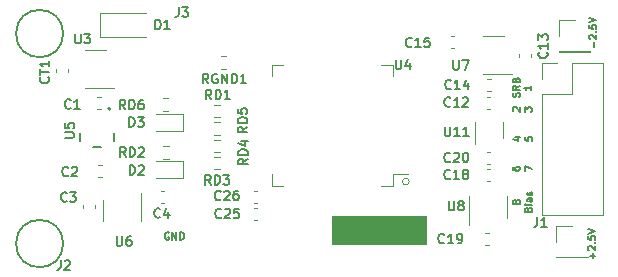
<source format=gto>
G04 #@! TF.GenerationSoftware,KiCad,Pcbnew,(5.1.9)-1*
G04 #@! TF.CreationDate,2021-06-16T16:38:28+02:00*
G04 #@! TF.ProjectId,ADS1299Wing,41445331-3239-4395-9769-6e672e6b6963,rev?*
G04 #@! TF.SameCoordinates,Original*
G04 #@! TF.FileFunction,Legend,Top*
G04 #@! TF.FilePolarity,Positive*
%FSLAX46Y46*%
G04 Gerber Fmt 4.6, Leading zero omitted, Abs format (unit mm)*
G04 Created by KiCad (PCBNEW (5.1.9)-1) date 2021-06-16 16:38:28*
%MOMM*%
%LPD*%
G01*
G04 APERTURE LIST*
%ADD10C,0.150000*%
%ADD11C,0.100000*%
%ADD12C,0.120000*%
%ADD13C,0.200000*%
%ADD14C,0.127000*%
%ADD15C,0.203200*%
G04 APERTURE END LIST*
D10*
X136601257Y-112984000D02*
X136544114Y-112955428D01*
X136458400Y-112955428D01*
X136372685Y-112984000D01*
X136315542Y-113041142D01*
X136286971Y-113098285D01*
X136258400Y-113212571D01*
X136258400Y-113298285D01*
X136286971Y-113412571D01*
X136315542Y-113469714D01*
X136372685Y-113526857D01*
X136458400Y-113555428D01*
X136515542Y-113555428D01*
X136601257Y-113526857D01*
X136629828Y-113498285D01*
X136629828Y-113298285D01*
X136515542Y-113298285D01*
X136886971Y-113555428D02*
X136886971Y-112955428D01*
X137229828Y-113555428D01*
X137229828Y-112955428D01*
X137515542Y-113555428D02*
X137515542Y-112955428D01*
X137658400Y-112955428D01*
X137744114Y-112984000D01*
X137801257Y-113041142D01*
X137829828Y-113098285D01*
X137858400Y-113212571D01*
X137858400Y-113298285D01*
X137829828Y-113412571D01*
X137801257Y-113469714D01*
X137744114Y-113526857D01*
X137658400Y-113555428D01*
X137515542Y-113555428D01*
D11*
G36*
X158343600Y-113893600D02*
G01*
X150418800Y-113893600D01*
X150418800Y-111556800D01*
X158343600Y-111556800D01*
X158343600Y-113893600D01*
G37*
X158343600Y-113893600D02*
X150418800Y-113893600D01*
X150418800Y-111556800D01*
X158343600Y-111556800D01*
X158343600Y-113893600D01*
D10*
X165993771Y-110445542D02*
X165965200Y-110502685D01*
X165936628Y-110531257D01*
X165879485Y-110559828D01*
X165850914Y-110559828D01*
X165793771Y-110531257D01*
X165765200Y-110502685D01*
X165736628Y-110445542D01*
X165736628Y-110331257D01*
X165765200Y-110274114D01*
X165793771Y-110245542D01*
X165850914Y-110216971D01*
X165879485Y-110216971D01*
X165936628Y-110245542D01*
X165965200Y-110274114D01*
X165993771Y-110331257D01*
X165993771Y-110445542D01*
X166022342Y-110502685D01*
X166050914Y-110531257D01*
X166108057Y-110559828D01*
X166222342Y-110559828D01*
X166279485Y-110531257D01*
X166308057Y-110502685D01*
X166336628Y-110445542D01*
X166336628Y-110331257D01*
X166308057Y-110274114D01*
X166279485Y-110245542D01*
X166222342Y-110216971D01*
X166108057Y-110216971D01*
X166050914Y-110245542D01*
X166022342Y-110274114D01*
X165993771Y-110331257D01*
X167038342Y-111002685D02*
X167066914Y-110916971D01*
X167095485Y-110888400D01*
X167152628Y-110859828D01*
X167238342Y-110859828D01*
X167295485Y-110888400D01*
X167324057Y-110916971D01*
X167352628Y-110974114D01*
X167352628Y-111202685D01*
X166752628Y-111202685D01*
X166752628Y-111002685D01*
X166781200Y-110945542D01*
X166809771Y-110916971D01*
X166866914Y-110888400D01*
X166924057Y-110888400D01*
X166981200Y-110916971D01*
X167009771Y-110945542D01*
X167038342Y-111002685D01*
X167038342Y-111202685D01*
X167352628Y-110602685D02*
X166952628Y-110602685D01*
X166752628Y-110602685D02*
X166781200Y-110631257D01*
X166809771Y-110602685D01*
X166781200Y-110574114D01*
X166752628Y-110602685D01*
X166809771Y-110602685D01*
X167352628Y-110059828D02*
X167038342Y-110059828D01*
X166981200Y-110088400D01*
X166952628Y-110145542D01*
X166952628Y-110259828D01*
X166981200Y-110316971D01*
X167324057Y-110059828D02*
X167352628Y-110116971D01*
X167352628Y-110259828D01*
X167324057Y-110316971D01*
X167266914Y-110345542D01*
X167209771Y-110345542D01*
X167152628Y-110316971D01*
X167124057Y-110259828D01*
X167124057Y-110116971D01*
X167095485Y-110059828D01*
X167324057Y-109802685D02*
X167352628Y-109745542D01*
X167352628Y-109631257D01*
X167324057Y-109574114D01*
X167266914Y-109545542D01*
X167238342Y-109545542D01*
X167181200Y-109574114D01*
X167152628Y-109631257D01*
X167152628Y-109716971D01*
X167124057Y-109774114D01*
X167066914Y-109802685D01*
X167038342Y-109802685D01*
X166981200Y-109774114D01*
X166952628Y-109716971D01*
X166952628Y-109631257D01*
X166981200Y-109574114D01*
X165685828Y-107429314D02*
X165685828Y-107543600D01*
X165714400Y-107600742D01*
X165742971Y-107629314D01*
X165828685Y-107686457D01*
X165942971Y-107715028D01*
X166171542Y-107715028D01*
X166228685Y-107686457D01*
X166257257Y-107657885D01*
X166285828Y-107600742D01*
X166285828Y-107486457D01*
X166257257Y-107429314D01*
X166228685Y-107400742D01*
X166171542Y-107372171D01*
X166028685Y-107372171D01*
X165971542Y-107400742D01*
X165942971Y-107429314D01*
X165914400Y-107486457D01*
X165914400Y-107600742D01*
X165942971Y-107657885D01*
X165971542Y-107686457D01*
X166028685Y-107715028D01*
X166701828Y-107743600D02*
X166701828Y-107343600D01*
X167301828Y-107600742D01*
X165936628Y-104889314D02*
X166336628Y-104889314D01*
X165708057Y-105032171D02*
X166136628Y-105175028D01*
X166136628Y-104803600D01*
X166752628Y-104860742D02*
X166752628Y-105146457D01*
X167038342Y-105175028D01*
X167009771Y-105146457D01*
X166981200Y-105089314D01*
X166981200Y-104946457D01*
X167009771Y-104889314D01*
X167038342Y-104860742D01*
X167095485Y-104832171D01*
X167238342Y-104832171D01*
X167295485Y-104860742D01*
X167324057Y-104889314D01*
X167352628Y-104946457D01*
X167352628Y-105089314D01*
X167324057Y-105146457D01*
X167295485Y-105175028D01*
X166701828Y-102714400D02*
X166701828Y-102342971D01*
X166930400Y-102542971D01*
X166930400Y-102457257D01*
X166958971Y-102400114D01*
X166987542Y-102371542D01*
X167044685Y-102342971D01*
X167187542Y-102342971D01*
X167244685Y-102371542D01*
X167273257Y-102400114D01*
X167301828Y-102457257D01*
X167301828Y-102628685D01*
X167273257Y-102685828D01*
X167244685Y-102714400D01*
X165742971Y-102685828D02*
X165714400Y-102657257D01*
X165685828Y-102600114D01*
X165685828Y-102457257D01*
X165714400Y-102400114D01*
X165742971Y-102371542D01*
X165800114Y-102342971D01*
X165857257Y-102342971D01*
X165942971Y-102371542D01*
X166285828Y-102714400D01*
X166285828Y-102342971D01*
X167251028Y-100514171D02*
X167251028Y-100857028D01*
X167251028Y-100685600D02*
X166651028Y-100685600D01*
X166736742Y-100742742D01*
X166793885Y-100799885D01*
X166822457Y-100857028D01*
X166257257Y-101457028D02*
X166285828Y-101371314D01*
X166285828Y-101228457D01*
X166257257Y-101171314D01*
X166228685Y-101142742D01*
X166171542Y-101114171D01*
X166114400Y-101114171D01*
X166057257Y-101142742D01*
X166028685Y-101171314D01*
X166000114Y-101228457D01*
X165971542Y-101342742D01*
X165942971Y-101399885D01*
X165914400Y-101428457D01*
X165857257Y-101457028D01*
X165800114Y-101457028D01*
X165742971Y-101428457D01*
X165714400Y-101399885D01*
X165685828Y-101342742D01*
X165685828Y-101199885D01*
X165714400Y-101114171D01*
X166285828Y-100514171D02*
X166000114Y-100714171D01*
X166285828Y-100857028D02*
X165685828Y-100857028D01*
X165685828Y-100628457D01*
X165714400Y-100571314D01*
X165742971Y-100542742D01*
X165800114Y-100514171D01*
X165885828Y-100514171D01*
X165942971Y-100542742D01*
X165971542Y-100571314D01*
X166000114Y-100628457D01*
X166000114Y-100857028D01*
X165971542Y-100057028D02*
X166000114Y-99971314D01*
X166028685Y-99942742D01*
X166085828Y-99914171D01*
X166171542Y-99914171D01*
X166228685Y-99942742D01*
X166257257Y-99971314D01*
X166285828Y-100028457D01*
X166285828Y-100257028D01*
X165685828Y-100257028D01*
X165685828Y-100057028D01*
X165714400Y-99999885D01*
X165742971Y-99971314D01*
X165800114Y-99942742D01*
X165857257Y-99942742D01*
X165914400Y-99971314D01*
X165942971Y-99999885D01*
X165971542Y-100057028D01*
X165971542Y-100257028D01*
D12*
X163498920Y-108637800D02*
X163780080Y-108637800D01*
X163498920Y-107617800D02*
X163780080Y-107617800D01*
X169612000Y-94986800D02*
X170942000Y-94986800D01*
X169612000Y-96316800D02*
X169612000Y-94986800D01*
X169612000Y-97586800D02*
X172272000Y-97586800D01*
X172272000Y-97586800D02*
X172272000Y-97646800D01*
X169612000Y-97586800D02*
X169612000Y-97646800D01*
X169612000Y-97646800D02*
X172272000Y-97646800D01*
X169408800Y-112411200D02*
X170738800Y-112411200D01*
X169408800Y-113741200D02*
X169408800Y-112411200D01*
X169408800Y-115011200D02*
X172068800Y-115011200D01*
X172068800Y-115011200D02*
X172068800Y-115071200D01*
X169408800Y-115011200D02*
X169408800Y-115071200D01*
X169408800Y-115071200D02*
X172068800Y-115071200D01*
X155528800Y-108046000D02*
X156818800Y-108046000D01*
X155528800Y-98776000D02*
X155528800Y-99726000D01*
X154578800Y-98776000D02*
X155528800Y-98776000D01*
X145308800Y-98776000D02*
X145308800Y-99726000D01*
X146258800Y-98776000D02*
X145308800Y-98776000D01*
X145308800Y-108996000D02*
X145308800Y-108046000D01*
X146258800Y-108996000D02*
X145308800Y-108996000D01*
X155528800Y-108996000D02*
X155528800Y-108046000D01*
X154578800Y-108996000D02*
X155528800Y-108996000D01*
X156925781Y-108648500D02*
G75*
G03*
X156925781Y-108648500I-283981J0D01*
G01*
X141461258Y-98029500D02*
X140986742Y-98029500D01*
X141461258Y-99074500D02*
X140986742Y-99074500D01*
X168151500Y-111453600D02*
X173351500Y-111453600D01*
X168151500Y-101233600D02*
X168151500Y-111453600D01*
X173351500Y-98633600D02*
X173351500Y-111453600D01*
X168151500Y-101233600D02*
X170751500Y-101233600D01*
X170751500Y-101233600D02*
X170751500Y-98633600D01*
X170751500Y-98633600D02*
X173351500Y-98633600D01*
X168151500Y-99963600D02*
X168151500Y-98633600D01*
X168151500Y-98633600D02*
X169481500Y-98633600D01*
X130823580Y-101471000D02*
X130542420Y-101471000D01*
X130823580Y-102491000D02*
X130542420Y-102491000D01*
X130887080Y-108269500D02*
X130605920Y-108269500D01*
X130887080Y-107249500D02*
X130605920Y-107249500D01*
X130367500Y-110884580D02*
X130367500Y-110603420D01*
X129347500Y-110884580D02*
X129347500Y-110603420D01*
X135901820Y-110441200D02*
X136182980Y-110441200D01*
X135901820Y-109421200D02*
X136182980Y-109421200D01*
X163537020Y-102465600D02*
X163818180Y-102465600D01*
X163537020Y-101445600D02*
X163818180Y-101445600D01*
X167248300Y-97827220D02*
X167248300Y-98108380D01*
X166228300Y-97827220D02*
X166228300Y-98108380D01*
X163549720Y-99934300D02*
X163830880Y-99934300D01*
X163549720Y-100954300D02*
X163830880Y-100954300D01*
X160719380Y-96314800D02*
X160438220Y-96314800D01*
X160719380Y-97334800D02*
X160438220Y-97334800D01*
X163371920Y-112977200D02*
X163653080Y-112977200D01*
X163371920Y-113997200D02*
X163653080Y-113997200D01*
X163498920Y-107139200D02*
X163780080Y-107139200D01*
X163498920Y-106119200D02*
X163780080Y-106119200D01*
X144082080Y-111914400D02*
X143800920Y-111914400D01*
X144082080Y-110894400D02*
X143800920Y-110894400D01*
X144082080Y-109408500D02*
X143800920Y-109408500D01*
X144082080Y-110428500D02*
X143800920Y-110428500D01*
X126998000Y-99109920D02*
X126998000Y-99391080D01*
X128018000Y-99109920D02*
X128018000Y-99391080D01*
X130769000Y-94377000D02*
X130769000Y-96377000D01*
X130769000Y-96377000D02*
X134619000Y-96377000D01*
X130769000Y-94377000D02*
X134619000Y-94377000D01*
X137819500Y-106897500D02*
X135534500Y-106897500D01*
X137819500Y-108367500D02*
X137819500Y-106897500D01*
X135534500Y-108367500D02*
X137819500Y-108367500D01*
X135496400Y-104367000D02*
X137781400Y-104367000D01*
X137781400Y-104367000D02*
X137781400Y-102897000D01*
X137781400Y-102897000D02*
X135496400Y-102897000D01*
X140902458Y-102169700D02*
X140427942Y-102169700D01*
X140902458Y-103214700D02*
X140427942Y-103214700D01*
X136571758Y-106694500D02*
X136097242Y-106694500D01*
X136571758Y-105649500D02*
X136097242Y-105649500D01*
X140902458Y-107596200D02*
X140427942Y-107596200D01*
X140902458Y-106551200D02*
X140427942Y-106551200D01*
X140902458Y-105090700D02*
X140427942Y-105090700D01*
X140902458Y-106135700D02*
X140427942Y-106135700D01*
X140902458Y-104675200D02*
X140427942Y-104675200D01*
X140902458Y-103630200D02*
X140427942Y-103630200D01*
X136059142Y-101585500D02*
X136533658Y-101585500D01*
X136059142Y-102630500D02*
X136533658Y-102630500D01*
X131265500Y-97513500D02*
X129465500Y-97513500D01*
X129465500Y-100733500D02*
X131915500Y-100733500D01*
D13*
X131642500Y-102492000D02*
G75*
G03*
X131642500Y-102492000I-100000J0D01*
G01*
D14*
X131942500Y-104572000D02*
X131942500Y-105232000D01*
X130827500Y-105702000D02*
X130157500Y-105702000D01*
X129042500Y-105232000D02*
X129042500Y-104572000D01*
D12*
X134261500Y-112025000D02*
X134261500Y-109575000D01*
X131041500Y-110225000D02*
X131041500Y-112025000D01*
X164971300Y-96294300D02*
X163171300Y-96294300D01*
X163171300Y-99514300D02*
X165621300Y-99514300D01*
X162029500Y-109894800D02*
X162029500Y-112344800D01*
X165249500Y-111694800D02*
X165249500Y-109894800D01*
X162517600Y-103592400D02*
X162517600Y-105492400D01*
X164837600Y-104992400D02*
X164837600Y-103592400D01*
D15*
X127641100Y-96113600D02*
G75*
G03*
X127641100Y-96113600I-2000000J0D01*
G01*
X127641100Y-113893600D02*
G75*
G03*
X127641100Y-113893600I-2000000J0D01*
G01*
D10*
X160394714Y-108350014D02*
X160356619Y-108388109D01*
X160242333Y-108426204D01*
X160166142Y-108426204D01*
X160051857Y-108388109D01*
X159975666Y-108311919D01*
X159937571Y-108235728D01*
X159899476Y-108083347D01*
X159899476Y-107969061D01*
X159937571Y-107816680D01*
X159975666Y-107740490D01*
X160051857Y-107664300D01*
X160166142Y-107626204D01*
X160242333Y-107626204D01*
X160356619Y-107664300D01*
X160394714Y-107702395D01*
X161156619Y-108426204D02*
X160699476Y-108426204D01*
X160928047Y-108426204D02*
X160928047Y-107626204D01*
X160851857Y-107740490D01*
X160775666Y-107816680D01*
X160699476Y-107854776D01*
X161613761Y-107969061D02*
X161537571Y-107930966D01*
X161499476Y-107892871D01*
X161461380Y-107816680D01*
X161461380Y-107778585D01*
X161499476Y-107702395D01*
X161537571Y-107664300D01*
X161613761Y-107626204D01*
X161766142Y-107626204D01*
X161842333Y-107664300D01*
X161880428Y-107702395D01*
X161918523Y-107778585D01*
X161918523Y-107816680D01*
X161880428Y-107892871D01*
X161842333Y-107930966D01*
X161766142Y-107969061D01*
X161613761Y-107969061D01*
X161537571Y-108007157D01*
X161499476Y-108045252D01*
X161461380Y-108121442D01*
X161461380Y-108273823D01*
X161499476Y-108350014D01*
X161537571Y-108388109D01*
X161613761Y-108426204D01*
X161766142Y-108426204D01*
X161842333Y-108388109D01*
X161880428Y-108350014D01*
X161918523Y-108273823D01*
X161918523Y-108121442D01*
X161880428Y-108045252D01*
X161842333Y-108007157D01*
X161766142Y-107969061D01*
X172559657Y-97262800D02*
X172559657Y-96805657D01*
X172245371Y-96548514D02*
X172216800Y-96519942D01*
X172188228Y-96462800D01*
X172188228Y-96319942D01*
X172216800Y-96262800D01*
X172245371Y-96234228D01*
X172302514Y-96205657D01*
X172359657Y-96205657D01*
X172445371Y-96234228D01*
X172788228Y-96577085D01*
X172788228Y-96205657D01*
X172731085Y-95948514D02*
X172759657Y-95919942D01*
X172788228Y-95948514D01*
X172759657Y-95977085D01*
X172731085Y-95948514D01*
X172788228Y-95948514D01*
X172188228Y-95377085D02*
X172188228Y-95662800D01*
X172473942Y-95691371D01*
X172445371Y-95662800D01*
X172416800Y-95605657D01*
X172416800Y-95462800D01*
X172445371Y-95405657D01*
X172473942Y-95377085D01*
X172531085Y-95348514D01*
X172673942Y-95348514D01*
X172731085Y-95377085D01*
X172759657Y-95405657D01*
X172788228Y-95462800D01*
X172788228Y-95605657D01*
X172759657Y-95662800D01*
X172731085Y-95691371D01*
X172188228Y-95177085D02*
X172788228Y-94977085D01*
X172188228Y-94777085D01*
X172458057Y-115144400D02*
X172458057Y-114687257D01*
X172686628Y-114915828D02*
X172229485Y-114915828D01*
X172143771Y-114430114D02*
X172115200Y-114401542D01*
X172086628Y-114344400D01*
X172086628Y-114201542D01*
X172115200Y-114144400D01*
X172143771Y-114115828D01*
X172200914Y-114087257D01*
X172258057Y-114087257D01*
X172343771Y-114115828D01*
X172686628Y-114458685D01*
X172686628Y-114087257D01*
X172629485Y-113830114D02*
X172658057Y-113801542D01*
X172686628Y-113830114D01*
X172658057Y-113858685D01*
X172629485Y-113830114D01*
X172686628Y-113830114D01*
X172086628Y-113258685D02*
X172086628Y-113544400D01*
X172372342Y-113572971D01*
X172343771Y-113544400D01*
X172315200Y-113487257D01*
X172315200Y-113344400D01*
X172343771Y-113287257D01*
X172372342Y-113258685D01*
X172429485Y-113230114D01*
X172572342Y-113230114D01*
X172629485Y-113258685D01*
X172658057Y-113287257D01*
X172686628Y-113344400D01*
X172686628Y-113487257D01*
X172658057Y-113544400D01*
X172629485Y-113572971D01*
X172086628Y-113058685D02*
X172686628Y-112858685D01*
X172086628Y-112658685D01*
X155803676Y-98317104D02*
X155803676Y-98964723D01*
X155841771Y-99040914D01*
X155879866Y-99079009D01*
X155956057Y-99117104D01*
X156108438Y-99117104D01*
X156184628Y-99079009D01*
X156222723Y-99040914D01*
X156260819Y-98964723D01*
X156260819Y-98317104D01*
X156984628Y-98583771D02*
X156984628Y-99117104D01*
X156794152Y-98279009D02*
X156603676Y-98850438D01*
X157098914Y-98850438D01*
X139935119Y-100310904D02*
X139668452Y-99929952D01*
X139477976Y-100310904D02*
X139477976Y-99510904D01*
X139782738Y-99510904D01*
X139858928Y-99549000D01*
X139897023Y-99587095D01*
X139935119Y-99663285D01*
X139935119Y-99777571D01*
X139897023Y-99853761D01*
X139858928Y-99891857D01*
X139782738Y-99929952D01*
X139477976Y-99929952D01*
X140697023Y-99549000D02*
X140620833Y-99510904D01*
X140506547Y-99510904D01*
X140392261Y-99549000D01*
X140316071Y-99625190D01*
X140277976Y-99701380D01*
X140239880Y-99853761D01*
X140239880Y-99968047D01*
X140277976Y-100120428D01*
X140316071Y-100196619D01*
X140392261Y-100272809D01*
X140506547Y-100310904D01*
X140582738Y-100310904D01*
X140697023Y-100272809D01*
X140735119Y-100234714D01*
X140735119Y-99968047D01*
X140582738Y-99968047D01*
X141077976Y-100310904D02*
X141077976Y-99510904D01*
X141535119Y-100310904D01*
X141535119Y-99510904D01*
X141916071Y-100310904D02*
X141916071Y-99510904D01*
X142106547Y-99510904D01*
X142220833Y-99549000D01*
X142297023Y-99625190D01*
X142335119Y-99701380D01*
X142373214Y-99853761D01*
X142373214Y-99968047D01*
X142335119Y-100120428D01*
X142297023Y-100196619D01*
X142220833Y-100272809D01*
X142106547Y-100310904D01*
X141916071Y-100310904D01*
X143135119Y-100310904D02*
X142677976Y-100310904D01*
X142906547Y-100310904D02*
X142906547Y-99510904D01*
X142830357Y-99625190D01*
X142754166Y-99701380D01*
X142677976Y-99739476D01*
X167779733Y-111677504D02*
X167779733Y-112248933D01*
X167741638Y-112363219D01*
X167665447Y-112439409D01*
X167551161Y-112477504D01*
X167474971Y-112477504D01*
X168579733Y-112477504D02*
X168122590Y-112477504D01*
X168351161Y-112477504D02*
X168351161Y-111677504D01*
X168274971Y-111791790D01*
X168198780Y-111867980D01*
X168122590Y-111906076D01*
X128263666Y-102393714D02*
X128225571Y-102431809D01*
X128111285Y-102469904D01*
X128035095Y-102469904D01*
X127920809Y-102431809D01*
X127844619Y-102355619D01*
X127806523Y-102279428D01*
X127768428Y-102127047D01*
X127768428Y-102012761D01*
X127806523Y-101860380D01*
X127844619Y-101784190D01*
X127920809Y-101708000D01*
X128035095Y-101669904D01*
X128111285Y-101669904D01*
X128225571Y-101708000D01*
X128263666Y-101746095D01*
X129025571Y-102469904D02*
X128568428Y-102469904D01*
X128797000Y-102469904D02*
X128797000Y-101669904D01*
X128720809Y-101784190D01*
X128644619Y-101860380D01*
X128568428Y-101898476D01*
X128073166Y-108108714D02*
X128035071Y-108146809D01*
X127920785Y-108184904D01*
X127844595Y-108184904D01*
X127730309Y-108146809D01*
X127654119Y-108070619D01*
X127616023Y-107994428D01*
X127577928Y-107842047D01*
X127577928Y-107727761D01*
X127616023Y-107575380D01*
X127654119Y-107499190D01*
X127730309Y-107423000D01*
X127844595Y-107384904D01*
X127920785Y-107384904D01*
X128035071Y-107423000D01*
X128073166Y-107461095D01*
X128377928Y-107461095D02*
X128416023Y-107423000D01*
X128492214Y-107384904D01*
X128682690Y-107384904D01*
X128758880Y-107423000D01*
X128796976Y-107461095D01*
X128835071Y-107537285D01*
X128835071Y-107613476D01*
X128796976Y-107727761D01*
X128339833Y-108184904D01*
X128835071Y-108184904D01*
X127946166Y-110267714D02*
X127908071Y-110305809D01*
X127793785Y-110343904D01*
X127717595Y-110343904D01*
X127603309Y-110305809D01*
X127527119Y-110229619D01*
X127489023Y-110153428D01*
X127450928Y-110001047D01*
X127450928Y-109886761D01*
X127489023Y-109734380D01*
X127527119Y-109658190D01*
X127603309Y-109582000D01*
X127717595Y-109543904D01*
X127793785Y-109543904D01*
X127908071Y-109582000D01*
X127946166Y-109620095D01*
X128212833Y-109543904D02*
X128708071Y-109543904D01*
X128441404Y-109848666D01*
X128555690Y-109848666D01*
X128631880Y-109886761D01*
X128669976Y-109924857D01*
X128708071Y-110001047D01*
X128708071Y-110191523D01*
X128669976Y-110267714D01*
X128631880Y-110305809D01*
X128555690Y-110343904D01*
X128327119Y-110343904D01*
X128250928Y-110305809D01*
X128212833Y-110267714D01*
X135858266Y-111639314D02*
X135820171Y-111677409D01*
X135705885Y-111715504D01*
X135629695Y-111715504D01*
X135515409Y-111677409D01*
X135439219Y-111601219D01*
X135401123Y-111525028D01*
X135363028Y-111372647D01*
X135363028Y-111258361D01*
X135401123Y-111105980D01*
X135439219Y-111029790D01*
X135515409Y-110953600D01*
X135629695Y-110915504D01*
X135705885Y-110915504D01*
X135820171Y-110953600D01*
X135858266Y-110991695D01*
X136543980Y-111182171D02*
X136543980Y-111715504D01*
X136353504Y-110877409D02*
X136163028Y-111448838D01*
X136658266Y-111448838D01*
X160420114Y-102241314D02*
X160382019Y-102279409D01*
X160267733Y-102317504D01*
X160191542Y-102317504D01*
X160077257Y-102279409D01*
X160001066Y-102203219D01*
X159962971Y-102127028D01*
X159924876Y-101974647D01*
X159924876Y-101860361D01*
X159962971Y-101707980D01*
X160001066Y-101631790D01*
X160077257Y-101555600D01*
X160191542Y-101517504D01*
X160267733Y-101517504D01*
X160382019Y-101555600D01*
X160420114Y-101593695D01*
X161182019Y-102317504D02*
X160724876Y-102317504D01*
X160953447Y-102317504D02*
X160953447Y-101517504D01*
X160877257Y-101631790D01*
X160801066Y-101707980D01*
X160724876Y-101746076D01*
X161486780Y-101593695D02*
X161524876Y-101555600D01*
X161601066Y-101517504D01*
X161791542Y-101517504D01*
X161867733Y-101555600D01*
X161905828Y-101593695D01*
X161943923Y-101669885D01*
X161943923Y-101746076D01*
X161905828Y-101860361D01*
X161448685Y-102317504D01*
X161943923Y-102317504D01*
X168586114Y-97694685D02*
X168624209Y-97732780D01*
X168662304Y-97847066D01*
X168662304Y-97923257D01*
X168624209Y-98037542D01*
X168548019Y-98113733D01*
X168471828Y-98151828D01*
X168319447Y-98189923D01*
X168205161Y-98189923D01*
X168052780Y-98151828D01*
X167976590Y-98113733D01*
X167900400Y-98037542D01*
X167862304Y-97923257D01*
X167862304Y-97847066D01*
X167900400Y-97732780D01*
X167938495Y-97694685D01*
X168662304Y-96932780D02*
X168662304Y-97389923D01*
X168662304Y-97161352D02*
X167862304Y-97161352D01*
X167976590Y-97237542D01*
X168052780Y-97313733D01*
X168090876Y-97389923D01*
X167862304Y-96666114D02*
X167862304Y-96170876D01*
X168167066Y-96437542D01*
X168167066Y-96323257D01*
X168205161Y-96247066D01*
X168243257Y-96208971D01*
X168319447Y-96170876D01*
X168509923Y-96170876D01*
X168586114Y-96208971D01*
X168624209Y-96247066D01*
X168662304Y-96323257D01*
X168662304Y-96551828D01*
X168624209Y-96628019D01*
X168586114Y-96666114D01*
X160470914Y-100768114D02*
X160432819Y-100806209D01*
X160318533Y-100844304D01*
X160242342Y-100844304D01*
X160128057Y-100806209D01*
X160051866Y-100730019D01*
X160013771Y-100653828D01*
X159975676Y-100501447D01*
X159975676Y-100387161D01*
X160013771Y-100234780D01*
X160051866Y-100158590D01*
X160128057Y-100082400D01*
X160242342Y-100044304D01*
X160318533Y-100044304D01*
X160432819Y-100082400D01*
X160470914Y-100120495D01*
X161232819Y-100844304D02*
X160775676Y-100844304D01*
X161004247Y-100844304D02*
X161004247Y-100044304D01*
X160928057Y-100158590D01*
X160851866Y-100234780D01*
X160775676Y-100272876D01*
X161918533Y-100310971D02*
X161918533Y-100844304D01*
X161728057Y-100006209D02*
X161537580Y-100577638D01*
X162032819Y-100577638D01*
X157143514Y-97174014D02*
X157105419Y-97212109D01*
X156991133Y-97250204D01*
X156914942Y-97250204D01*
X156800657Y-97212109D01*
X156724466Y-97135919D01*
X156686371Y-97059728D01*
X156648276Y-96907347D01*
X156648276Y-96793061D01*
X156686371Y-96640680D01*
X156724466Y-96564490D01*
X156800657Y-96488300D01*
X156914942Y-96450204D01*
X156991133Y-96450204D01*
X157105419Y-96488300D01*
X157143514Y-96526395D01*
X157905419Y-97250204D02*
X157448276Y-97250204D01*
X157676847Y-97250204D02*
X157676847Y-96450204D01*
X157600657Y-96564490D01*
X157524466Y-96640680D01*
X157448276Y-96678776D01*
X158629228Y-96450204D02*
X158248276Y-96450204D01*
X158210180Y-96831157D01*
X158248276Y-96793061D01*
X158324466Y-96754966D01*
X158514942Y-96754966D01*
X158591133Y-96793061D01*
X158629228Y-96831157D01*
X158667323Y-96907347D01*
X158667323Y-97097823D01*
X158629228Y-97174014D01*
X158591133Y-97212109D01*
X158514942Y-97250204D01*
X158324466Y-97250204D01*
X158248276Y-97212109D01*
X158210180Y-97174014D01*
X159912114Y-113811014D02*
X159874019Y-113849109D01*
X159759733Y-113887204D01*
X159683542Y-113887204D01*
X159569257Y-113849109D01*
X159493066Y-113772919D01*
X159454971Y-113696728D01*
X159416876Y-113544347D01*
X159416876Y-113430061D01*
X159454971Y-113277680D01*
X159493066Y-113201490D01*
X159569257Y-113125300D01*
X159683542Y-113087204D01*
X159759733Y-113087204D01*
X159874019Y-113125300D01*
X159912114Y-113163395D01*
X160674019Y-113887204D02*
X160216876Y-113887204D01*
X160445447Y-113887204D02*
X160445447Y-113087204D01*
X160369257Y-113201490D01*
X160293066Y-113277680D01*
X160216876Y-113315776D01*
X161054971Y-113887204D02*
X161207352Y-113887204D01*
X161283542Y-113849109D01*
X161321638Y-113811014D01*
X161397828Y-113696728D01*
X161435923Y-113544347D01*
X161435923Y-113239585D01*
X161397828Y-113163395D01*
X161359733Y-113125300D01*
X161283542Y-113087204D01*
X161131161Y-113087204D01*
X161054971Y-113125300D01*
X161016876Y-113163395D01*
X160978780Y-113239585D01*
X160978780Y-113430061D01*
X161016876Y-113506252D01*
X161054971Y-113544347D01*
X161131161Y-113582442D01*
X161283542Y-113582442D01*
X161359733Y-113544347D01*
X161397828Y-113506252D01*
X161435923Y-113430061D01*
X160394714Y-106914914D02*
X160356619Y-106953009D01*
X160242333Y-106991104D01*
X160166142Y-106991104D01*
X160051857Y-106953009D01*
X159975666Y-106876819D01*
X159937571Y-106800628D01*
X159899476Y-106648247D01*
X159899476Y-106533961D01*
X159937571Y-106381580D01*
X159975666Y-106305390D01*
X160051857Y-106229200D01*
X160166142Y-106191104D01*
X160242333Y-106191104D01*
X160356619Y-106229200D01*
X160394714Y-106267295D01*
X160699476Y-106267295D02*
X160737571Y-106229200D01*
X160813761Y-106191104D01*
X161004238Y-106191104D01*
X161080428Y-106229200D01*
X161118523Y-106267295D01*
X161156619Y-106343485D01*
X161156619Y-106419676D01*
X161118523Y-106533961D01*
X160661380Y-106991104D01*
X161156619Y-106991104D01*
X161651857Y-106191104D02*
X161728047Y-106191104D01*
X161804238Y-106229200D01*
X161842333Y-106267295D01*
X161880428Y-106343485D01*
X161918523Y-106495866D01*
X161918523Y-106686342D01*
X161880428Y-106838723D01*
X161842333Y-106914914D01*
X161804238Y-106953009D01*
X161728047Y-106991104D01*
X161651857Y-106991104D01*
X161575666Y-106953009D01*
X161537571Y-106914914D01*
X161499476Y-106838723D01*
X161461380Y-106686342D01*
X161461380Y-106495866D01*
X161499476Y-106343485D01*
X161537571Y-106267295D01*
X161575666Y-106229200D01*
X161651857Y-106191104D01*
X141001514Y-111652014D02*
X140963419Y-111690109D01*
X140849133Y-111728204D01*
X140772942Y-111728204D01*
X140658657Y-111690109D01*
X140582466Y-111613919D01*
X140544371Y-111537728D01*
X140506276Y-111385347D01*
X140506276Y-111271061D01*
X140544371Y-111118680D01*
X140582466Y-111042490D01*
X140658657Y-110966300D01*
X140772942Y-110928204D01*
X140849133Y-110928204D01*
X140963419Y-110966300D01*
X141001514Y-111004395D01*
X141306276Y-111004395D02*
X141344371Y-110966300D01*
X141420561Y-110928204D01*
X141611038Y-110928204D01*
X141687228Y-110966300D01*
X141725323Y-111004395D01*
X141763419Y-111080585D01*
X141763419Y-111156776D01*
X141725323Y-111271061D01*
X141268180Y-111728204D01*
X141763419Y-111728204D01*
X142487228Y-110928204D02*
X142106276Y-110928204D01*
X142068180Y-111309157D01*
X142106276Y-111271061D01*
X142182466Y-111232966D01*
X142372942Y-111232966D01*
X142449133Y-111271061D01*
X142487228Y-111309157D01*
X142525323Y-111385347D01*
X142525323Y-111575823D01*
X142487228Y-111652014D01*
X142449133Y-111690109D01*
X142372942Y-111728204D01*
X142182466Y-111728204D01*
X142106276Y-111690109D01*
X142068180Y-111652014D01*
X140963714Y-110153414D02*
X140925619Y-110191509D01*
X140811333Y-110229604D01*
X140735142Y-110229604D01*
X140620857Y-110191509D01*
X140544666Y-110115319D01*
X140506571Y-110039128D01*
X140468476Y-109886747D01*
X140468476Y-109772461D01*
X140506571Y-109620080D01*
X140544666Y-109543890D01*
X140620857Y-109467700D01*
X140735142Y-109429604D01*
X140811333Y-109429604D01*
X140925619Y-109467700D01*
X140963714Y-109505795D01*
X141268476Y-109505795D02*
X141306571Y-109467700D01*
X141382761Y-109429604D01*
X141573238Y-109429604D01*
X141649428Y-109467700D01*
X141687523Y-109505795D01*
X141725619Y-109581985D01*
X141725619Y-109658176D01*
X141687523Y-109772461D01*
X141230380Y-110229604D01*
X141725619Y-110229604D01*
X142411333Y-109429604D02*
X142258952Y-109429604D01*
X142182761Y-109467700D01*
X142144666Y-109505795D01*
X142068476Y-109620080D01*
X142030380Y-109772461D01*
X142030380Y-110077223D01*
X142068476Y-110153414D01*
X142106571Y-110191509D01*
X142182761Y-110229604D01*
X142335142Y-110229604D01*
X142411333Y-110191509D01*
X142449428Y-110153414D01*
X142487523Y-110077223D01*
X142487523Y-109886747D01*
X142449428Y-109810557D01*
X142411333Y-109772461D01*
X142335142Y-109734366D01*
X142182761Y-109734366D01*
X142106571Y-109772461D01*
X142068476Y-109810557D01*
X142030380Y-109886747D01*
X126396714Y-99815595D02*
X126434809Y-99853690D01*
X126472904Y-99967976D01*
X126472904Y-100044166D01*
X126434809Y-100158452D01*
X126358619Y-100234642D01*
X126282428Y-100272738D01*
X126130047Y-100310833D01*
X126015761Y-100310833D01*
X125863380Y-100272738D01*
X125787190Y-100234642D01*
X125711000Y-100158452D01*
X125672904Y-100044166D01*
X125672904Y-99967976D01*
X125711000Y-99853690D01*
X125749095Y-99815595D01*
X125672904Y-99587023D02*
X125672904Y-99129880D01*
X126472904Y-99358452D02*
X125672904Y-99358452D01*
X126472904Y-98444166D02*
X126472904Y-98901309D01*
X126472904Y-98672738D02*
X125672904Y-98672738D01*
X125787190Y-98748928D01*
X125863380Y-98825119D01*
X125901476Y-98901309D01*
X135426523Y-95738904D02*
X135426523Y-94938904D01*
X135617000Y-94938904D01*
X135731285Y-94977000D01*
X135807476Y-95053190D01*
X135845571Y-95129380D01*
X135883666Y-95281761D01*
X135883666Y-95396047D01*
X135845571Y-95548428D01*
X135807476Y-95624619D01*
X135731285Y-95700809D01*
X135617000Y-95738904D01*
X135426523Y-95738904D01*
X136645571Y-95738904D02*
X136188428Y-95738904D01*
X136417000Y-95738904D02*
X136417000Y-94938904D01*
X136340809Y-95053190D01*
X136264619Y-95129380D01*
X136188428Y-95167476D01*
X133267523Y-108057904D02*
X133267523Y-107257904D01*
X133458000Y-107257904D01*
X133572285Y-107296000D01*
X133648476Y-107372190D01*
X133686571Y-107448380D01*
X133724666Y-107600761D01*
X133724666Y-107715047D01*
X133686571Y-107867428D01*
X133648476Y-107943619D01*
X133572285Y-108019809D01*
X133458000Y-108057904D01*
X133267523Y-108057904D01*
X134029428Y-107334095D02*
X134067523Y-107296000D01*
X134143714Y-107257904D01*
X134334190Y-107257904D01*
X134410380Y-107296000D01*
X134448476Y-107334095D01*
X134486571Y-107410285D01*
X134486571Y-107486476D01*
X134448476Y-107600761D01*
X133991333Y-108057904D01*
X134486571Y-108057904D01*
X133229423Y-103993904D02*
X133229423Y-103193904D01*
X133419900Y-103193904D01*
X133534185Y-103232000D01*
X133610376Y-103308190D01*
X133648471Y-103384380D01*
X133686566Y-103536761D01*
X133686566Y-103651047D01*
X133648471Y-103803428D01*
X133610376Y-103879619D01*
X133534185Y-103955809D01*
X133419900Y-103993904D01*
X133229423Y-103993904D01*
X133953233Y-103193904D02*
X134448471Y-103193904D01*
X134181804Y-103498666D01*
X134296090Y-103498666D01*
X134372280Y-103536761D01*
X134410376Y-103574857D01*
X134448471Y-103651047D01*
X134448471Y-103841523D01*
X134410376Y-103917714D01*
X134372280Y-103955809D01*
X134296090Y-103993904D01*
X134067519Y-103993904D01*
X133991328Y-103955809D01*
X133953233Y-103917714D01*
X140195366Y-101657104D02*
X139928700Y-101276152D01*
X139738223Y-101657104D02*
X139738223Y-100857104D01*
X140042985Y-100857104D01*
X140119176Y-100895200D01*
X140157271Y-100933295D01*
X140195366Y-101009485D01*
X140195366Y-101123771D01*
X140157271Y-101199961D01*
X140119176Y-101238057D01*
X140042985Y-101276152D01*
X139738223Y-101276152D01*
X140538223Y-101657104D02*
X140538223Y-100857104D01*
X140728700Y-100857104D01*
X140842985Y-100895200D01*
X140919176Y-100971390D01*
X140957271Y-101047580D01*
X140995366Y-101199961D01*
X140995366Y-101314247D01*
X140957271Y-101466628D01*
X140919176Y-101542819D01*
X140842985Y-101619009D01*
X140728700Y-101657104D01*
X140538223Y-101657104D01*
X141757271Y-101657104D02*
X141300128Y-101657104D01*
X141528700Y-101657104D02*
X141528700Y-100857104D01*
X141452509Y-100971390D01*
X141376319Y-101047580D01*
X141300128Y-101085676D01*
X132943666Y-106533904D02*
X132677000Y-106152952D01*
X132486523Y-106533904D02*
X132486523Y-105733904D01*
X132791285Y-105733904D01*
X132867476Y-105772000D01*
X132905571Y-105810095D01*
X132943666Y-105886285D01*
X132943666Y-106000571D01*
X132905571Y-106076761D01*
X132867476Y-106114857D01*
X132791285Y-106152952D01*
X132486523Y-106152952D01*
X133286523Y-106533904D02*
X133286523Y-105733904D01*
X133477000Y-105733904D01*
X133591285Y-105772000D01*
X133667476Y-105848190D01*
X133705571Y-105924380D01*
X133743666Y-106076761D01*
X133743666Y-106191047D01*
X133705571Y-106343428D01*
X133667476Y-106419619D01*
X133591285Y-106495809D01*
X133477000Y-106533904D01*
X133286523Y-106533904D01*
X134048428Y-105810095D02*
X134086523Y-105772000D01*
X134162714Y-105733904D01*
X134353190Y-105733904D01*
X134429380Y-105772000D01*
X134467476Y-105810095D01*
X134505571Y-105886285D01*
X134505571Y-105962476D01*
X134467476Y-106076761D01*
X134010333Y-106533904D01*
X134505571Y-106533904D01*
X140131866Y-108896104D02*
X139865200Y-108515152D01*
X139674723Y-108896104D02*
X139674723Y-108096104D01*
X139979485Y-108096104D01*
X140055676Y-108134200D01*
X140093771Y-108172295D01*
X140131866Y-108248485D01*
X140131866Y-108362771D01*
X140093771Y-108438961D01*
X140055676Y-108477057D01*
X139979485Y-108515152D01*
X139674723Y-108515152D01*
X140474723Y-108896104D02*
X140474723Y-108096104D01*
X140665200Y-108096104D01*
X140779485Y-108134200D01*
X140855676Y-108210390D01*
X140893771Y-108286580D01*
X140931866Y-108438961D01*
X140931866Y-108553247D01*
X140893771Y-108705628D01*
X140855676Y-108781819D01*
X140779485Y-108858009D01*
X140665200Y-108896104D01*
X140474723Y-108896104D01*
X141198533Y-108096104D02*
X141693771Y-108096104D01*
X141427104Y-108400866D01*
X141541390Y-108400866D01*
X141617580Y-108438961D01*
X141655676Y-108477057D01*
X141693771Y-108553247D01*
X141693771Y-108743723D01*
X141655676Y-108819914D01*
X141617580Y-108858009D01*
X141541390Y-108896104D01*
X141312819Y-108896104D01*
X141236628Y-108858009D01*
X141198533Y-108819914D01*
X143262304Y-106705333D02*
X142881352Y-106972000D01*
X143262304Y-107162476D02*
X142462304Y-107162476D01*
X142462304Y-106857714D01*
X142500400Y-106781523D01*
X142538495Y-106743428D01*
X142614685Y-106705333D01*
X142728971Y-106705333D01*
X142805161Y-106743428D01*
X142843257Y-106781523D01*
X142881352Y-106857714D01*
X142881352Y-107162476D01*
X143262304Y-106362476D02*
X142462304Y-106362476D01*
X142462304Y-106172000D01*
X142500400Y-106057714D01*
X142576590Y-105981523D01*
X142652780Y-105943428D01*
X142805161Y-105905333D01*
X142919447Y-105905333D01*
X143071828Y-105943428D01*
X143148019Y-105981523D01*
X143224209Y-106057714D01*
X143262304Y-106172000D01*
X143262304Y-106362476D01*
X142728971Y-105219619D02*
X143262304Y-105219619D01*
X142424209Y-105410095D02*
X142995638Y-105600571D01*
X142995638Y-105105333D01*
X143211504Y-104012933D02*
X142830552Y-104279600D01*
X143211504Y-104470076D02*
X142411504Y-104470076D01*
X142411504Y-104165314D01*
X142449600Y-104089123D01*
X142487695Y-104051028D01*
X142563885Y-104012933D01*
X142678171Y-104012933D01*
X142754361Y-104051028D01*
X142792457Y-104089123D01*
X142830552Y-104165314D01*
X142830552Y-104470076D01*
X143211504Y-103670076D02*
X142411504Y-103670076D01*
X142411504Y-103479600D01*
X142449600Y-103365314D01*
X142525790Y-103289123D01*
X142601980Y-103251028D01*
X142754361Y-103212933D01*
X142868647Y-103212933D01*
X143021028Y-103251028D01*
X143097219Y-103289123D01*
X143173409Y-103365314D01*
X143211504Y-103479600D01*
X143211504Y-103670076D01*
X142411504Y-102489123D02*
X142411504Y-102870076D01*
X142792457Y-102908171D01*
X142754361Y-102870076D01*
X142716266Y-102793885D01*
X142716266Y-102603409D01*
X142754361Y-102527219D01*
X142792457Y-102489123D01*
X142868647Y-102451028D01*
X143059123Y-102451028D01*
X143135314Y-102489123D01*
X143173409Y-102527219D01*
X143211504Y-102603409D01*
X143211504Y-102793885D01*
X143173409Y-102870076D01*
X143135314Y-102908171D01*
X132905566Y-102533404D02*
X132638900Y-102152452D01*
X132448423Y-102533404D02*
X132448423Y-101733404D01*
X132753185Y-101733404D01*
X132829376Y-101771500D01*
X132867471Y-101809595D01*
X132905566Y-101885785D01*
X132905566Y-102000071D01*
X132867471Y-102076261D01*
X132829376Y-102114357D01*
X132753185Y-102152452D01*
X132448423Y-102152452D01*
X133248423Y-102533404D02*
X133248423Y-101733404D01*
X133438900Y-101733404D01*
X133553185Y-101771500D01*
X133629376Y-101847690D01*
X133667471Y-101923880D01*
X133705566Y-102076261D01*
X133705566Y-102190547D01*
X133667471Y-102342928D01*
X133629376Y-102419119D01*
X133553185Y-102495309D01*
X133438900Y-102533404D01*
X133248423Y-102533404D01*
X134391280Y-101733404D02*
X134238900Y-101733404D01*
X134162709Y-101771500D01*
X134124614Y-101809595D01*
X134048423Y-101923880D01*
X134010328Y-102076261D01*
X134010328Y-102381023D01*
X134048423Y-102457214D01*
X134086519Y-102495309D01*
X134162709Y-102533404D01*
X134315090Y-102533404D01*
X134391280Y-102495309D01*
X134429376Y-102457214D01*
X134467471Y-102381023D01*
X134467471Y-102190547D01*
X134429376Y-102114357D01*
X134391280Y-102076261D01*
X134315090Y-102038166D01*
X134162709Y-102038166D01*
X134086519Y-102076261D01*
X134048423Y-102114357D01*
X134010328Y-102190547D01*
X128676476Y-96145404D02*
X128676476Y-96793023D01*
X128714571Y-96869214D01*
X128752666Y-96907309D01*
X128828857Y-96945404D01*
X128981238Y-96945404D01*
X129057428Y-96907309D01*
X129095523Y-96869214D01*
X129133619Y-96793023D01*
X129133619Y-96145404D01*
X129438380Y-96145404D02*
X129933619Y-96145404D01*
X129666952Y-96450166D01*
X129781238Y-96450166D01*
X129857428Y-96488261D01*
X129895523Y-96526357D01*
X129933619Y-96602547D01*
X129933619Y-96793023D01*
X129895523Y-96869214D01*
X129857428Y-96907309D01*
X129781238Y-96945404D01*
X129552666Y-96945404D01*
X129476476Y-96907309D01*
X129438380Y-96869214D01*
X127768404Y-104940023D02*
X128416023Y-104940023D01*
X128492214Y-104901928D01*
X128530309Y-104863833D01*
X128568404Y-104787642D01*
X128568404Y-104635261D01*
X128530309Y-104559071D01*
X128492214Y-104520976D01*
X128416023Y-104482880D01*
X127768404Y-104482880D01*
X127768404Y-103720976D02*
X127768404Y-104101928D01*
X128149357Y-104140023D01*
X128111261Y-104101928D01*
X128073166Y-104025738D01*
X128073166Y-103835261D01*
X128111261Y-103759071D01*
X128149357Y-103720976D01*
X128225547Y-103682880D01*
X128416023Y-103682880D01*
X128492214Y-103720976D01*
X128530309Y-103759071D01*
X128568404Y-103835261D01*
X128568404Y-104025738D01*
X128530309Y-104101928D01*
X128492214Y-104140023D01*
X132168976Y-113290404D02*
X132168976Y-113938023D01*
X132207071Y-114014214D01*
X132245166Y-114052309D01*
X132321357Y-114090404D01*
X132473738Y-114090404D01*
X132549928Y-114052309D01*
X132588023Y-114014214D01*
X132626119Y-113938023D01*
X132626119Y-113290404D01*
X133349928Y-113290404D02*
X133197547Y-113290404D01*
X133121357Y-113328500D01*
X133083261Y-113366595D01*
X133007071Y-113480880D01*
X132968976Y-113633261D01*
X132968976Y-113938023D01*
X133007071Y-114014214D01*
X133045166Y-114052309D01*
X133121357Y-114090404D01*
X133273738Y-114090404D01*
X133349928Y-114052309D01*
X133388023Y-114014214D01*
X133426119Y-113938023D01*
X133426119Y-113747547D01*
X133388023Y-113671357D01*
X133349928Y-113633261D01*
X133273738Y-113595166D01*
X133121357Y-113595166D01*
X133045166Y-113633261D01*
X133007071Y-113671357D01*
X132968976Y-113747547D01*
X160680476Y-98367904D02*
X160680476Y-99015523D01*
X160718571Y-99091714D01*
X160756666Y-99129809D01*
X160832857Y-99167904D01*
X160985238Y-99167904D01*
X161061428Y-99129809D01*
X161099523Y-99091714D01*
X161137619Y-99015523D01*
X161137619Y-98367904D01*
X161442380Y-98367904D02*
X161975714Y-98367904D01*
X161632857Y-99167904D01*
X160299476Y-110293204D02*
X160299476Y-110940823D01*
X160337571Y-111017014D01*
X160375666Y-111055109D01*
X160451857Y-111093204D01*
X160604238Y-111093204D01*
X160680428Y-111055109D01*
X160718523Y-111017014D01*
X160756619Y-110940823D01*
X160756619Y-110293204D01*
X161251857Y-110636061D02*
X161175666Y-110597966D01*
X161137571Y-110559871D01*
X161099476Y-110483680D01*
X161099476Y-110445585D01*
X161137571Y-110369395D01*
X161175666Y-110331300D01*
X161251857Y-110293204D01*
X161404238Y-110293204D01*
X161480428Y-110331300D01*
X161518523Y-110369395D01*
X161556619Y-110445585D01*
X161556619Y-110483680D01*
X161518523Y-110559871D01*
X161480428Y-110597966D01*
X161404238Y-110636061D01*
X161251857Y-110636061D01*
X161175666Y-110674157D01*
X161137571Y-110712252D01*
X161099476Y-110788442D01*
X161099476Y-110940823D01*
X161137571Y-111017014D01*
X161175666Y-111055109D01*
X161251857Y-111093204D01*
X161404238Y-111093204D01*
X161480428Y-111055109D01*
X161518523Y-111017014D01*
X161556619Y-110940823D01*
X161556619Y-110788442D01*
X161518523Y-110712252D01*
X161480428Y-110674157D01*
X161404238Y-110636061D01*
X159943923Y-104006704D02*
X159943923Y-104654323D01*
X159982019Y-104730514D01*
X160020114Y-104768609D01*
X160096304Y-104806704D01*
X160248685Y-104806704D01*
X160324876Y-104768609D01*
X160362971Y-104730514D01*
X160401066Y-104654323D01*
X160401066Y-104006704D01*
X161201066Y-104806704D02*
X160743923Y-104806704D01*
X160972495Y-104806704D02*
X160972495Y-104006704D01*
X160896304Y-104120990D01*
X160820114Y-104197180D01*
X160743923Y-104235276D01*
X161962971Y-104806704D02*
X161505828Y-104806704D01*
X161734400Y-104806704D02*
X161734400Y-104006704D01*
X161658209Y-104120990D01*
X161582019Y-104197180D01*
X161505828Y-104235276D01*
X127423319Y-115290704D02*
X127423319Y-115862133D01*
X127385223Y-115976419D01*
X127309033Y-116052609D01*
X127194747Y-116090704D01*
X127118557Y-116090704D01*
X127766176Y-115366895D02*
X127804271Y-115328800D01*
X127880461Y-115290704D01*
X128070938Y-115290704D01*
X128147128Y-115328800D01*
X128185223Y-115366895D01*
X128223319Y-115443085D01*
X128223319Y-115519276D01*
X128185223Y-115633561D01*
X127728080Y-116090704D01*
X128223319Y-116090704D01*
X137422547Y-93903904D02*
X137422547Y-94475333D01*
X137384452Y-94589619D01*
X137308261Y-94665809D01*
X137193976Y-94703904D01*
X137117785Y-94703904D01*
X137727309Y-93903904D02*
X138222547Y-93903904D01*
X137955880Y-94208666D01*
X138070166Y-94208666D01*
X138146357Y-94246761D01*
X138184452Y-94284857D01*
X138222547Y-94361047D01*
X138222547Y-94551523D01*
X138184452Y-94627714D01*
X138146357Y-94665809D01*
X138070166Y-94703904D01*
X137841595Y-94703904D01*
X137765404Y-94665809D01*
X137727309Y-94627714D01*
M02*

</source>
